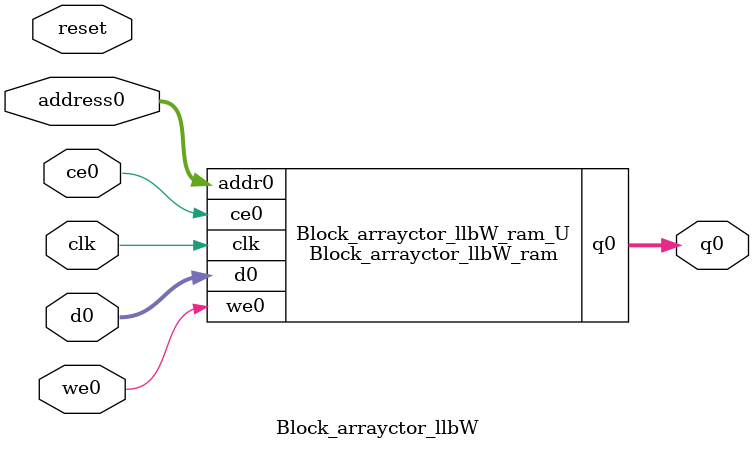
<source format=v>
`timescale 1 ns / 1 ps
module Block_arrayctor_llbW_ram (addr0, ce0, d0, we0, q0,  clk);

parameter DWIDTH = 8;
parameter AWIDTH = 2;
parameter MEM_SIZE = 3;

input[AWIDTH-1:0] addr0;
input ce0;
input[DWIDTH-1:0] d0;
input we0;
output reg[DWIDTH-1:0] q0;
input clk;

(* ram_style = "distributed" *)reg [DWIDTH-1:0] ram[0:MEM_SIZE-1];




always @(posedge clk)  
begin 
    if (ce0) begin
        if (we0) 
            ram[addr0] <= d0; 
        q0 <= ram[addr0];
    end
end


endmodule

`timescale 1 ns / 1 ps
module Block_arrayctor_llbW(
    reset,
    clk,
    address0,
    ce0,
    we0,
    d0,
    q0);

parameter DataWidth = 32'd8;
parameter AddressRange = 32'd3;
parameter AddressWidth = 32'd2;
input reset;
input clk;
input[AddressWidth - 1:0] address0;
input ce0;
input we0;
input[DataWidth - 1:0] d0;
output[DataWidth - 1:0] q0;



Block_arrayctor_llbW_ram Block_arrayctor_llbW_ram_U(
    .clk( clk ),
    .addr0( address0 ),
    .ce0( ce0 ),
    .we0( we0 ),
    .d0( d0 ),
    .q0( q0 ));

endmodule


</source>
